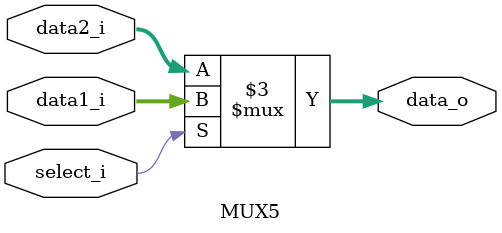
<source format=v>
module MUX5(
  input       [4:0] data1_i,
  input       [4:0] data2_i,
  input             select_i,
  output reg  [4:0] data_o 
);

always@(*) begin
    if(select_i)  data_o = data1_i;
    else          data_o = data2_i;
end

endmodule
</source>
